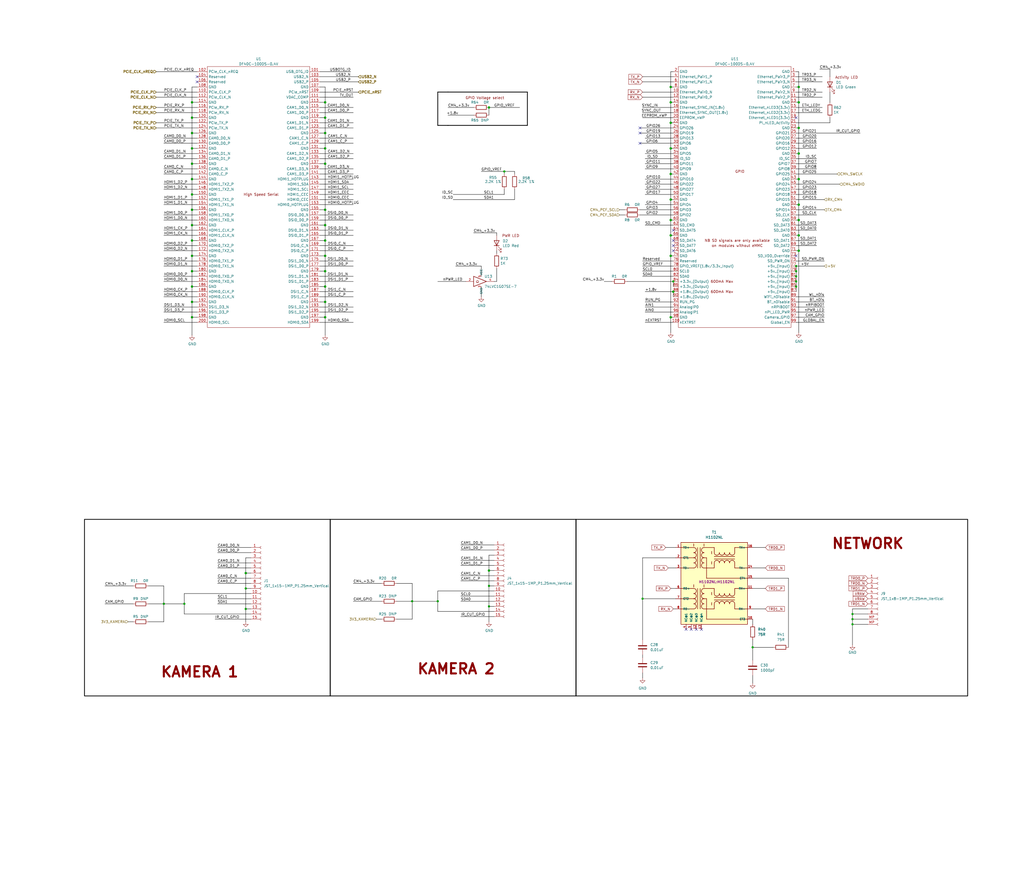
<source format=kicad_sch>
(kicad_sch (version 20231120) (generator "eeschema") (generator_version "8.0")
  (paper "User" 508 431.8)
  (junction (at 394.97 139.7))
  (junction (at 95.25 104.14) (diameter 1.016))
  (junction (at 95.25 142.24) (diameter 1.016))
  (junction (at 242.57 283.21) (diameter 1.016))
  (junction (at 95.25 96.52) (diameter 1.016))
  (junction (at 161.29 142.24) (diameter 1.016))
  (junction (at 121.92 292.1))
  (junction (at 95.25 81.28) (diameter 1.016))
  (junction (at 394.97 132.08))
  (junction (at 95.25 58.42) (diameter 1.016))
  (junction (at 161.29 104.14) (diameter 1.016))
  (junction (at 396.24 124.46) (diameter 1.016))
  (junction (at 396.24 109.22) (diameter 1.016))
  (junction (at 95.25 127) (diameter 1.016))
  (junction (at 396.24 101.6) (diameter 1.016))
  (junction (at 217.17 298.45))
  (junction (at 250.19 85.09))
  (junction (at 161.29 157.48) (diameter 1.016))
  (junction (at 396.24 116.84) (diameter 1.016))
  (junction (at 332.74 99.06) (diameter 1.016))
  (junction (at 95.25 111.76) (diameter 1.016))
  (junction (at 396.24 63.5) (diameter 1.016))
  (junction (at 373.38 321.31))
  (junction (at 332.74 86.36) (diameter 1.016))
  (junction (at 161.29 119.38) (diameter 1.016))
  (junction (at 161.29 149.86) (diameter 1.016))
  (junction (at 334.01 144.78) (diameter 1.016))
  (junction (at 95.25 157.48) (diameter 1.016))
  (junction (at 95.25 134.62) (diameter 1.016))
  (junction (at 161.29 81.28) (diameter 1.016))
  (junction (at 394.97 137.16))
  (junction (at 204.47 298.45))
  (junction (at 95.25 149.86) (diameter 1.016))
  (junction (at 161.29 50.8) (diameter 1.016))
  (junction (at 422.91 309.88))
  (junction (at 332.74 60.96) (diameter 1.016))
  (junction (at 161.29 66.04) (diameter 1.016))
  (junction (at 396.24 88.9) (diameter 1.016))
  (junction (at 332.74 109.22) (diameter 1.016))
  (junction (at 161.29 73.66) (diameter 1.016))
  (junction (at 161.29 134.62) (diameter 1.016))
  (junction (at 422.91 307.34))
  (junction (at 81.28 299.72))
  (junction (at 332.74 116.84) (diameter 1.016))
  (junction (at 161.29 111.76) (diameter 1.016))
  (junction (at 91.44 299.72))
  (junction (at 161.29 58.42) (diameter 1.016))
  (junction (at 394.97 142.24))
  (junction (at 95.25 50.8) (diameter 1.016))
  (junction (at 396.24 50.8) (diameter 1.016))
  (junction (at 121.92 284.48) (diameter 1.016))
  (junction (at 394.97 134.62))
  (junction (at 332.74 73.66) (diameter 1.016))
  (junction (at 396.24 76.2) (diameter 1.016))
  (junction (at 121.92 302.26))
  (junction (at 161.29 127) (diameter 1.016))
  (junction (at 242.57 53.34) (diameter 1.016))
  (junction (at 242.57 290.83))
  (junction (at 332.74 43.18) (diameter 1.016))
  (junction (at 334.01 139.7))
  (junction (at 332.74 50.8) (diameter 1.016))
  (junction (at 95.25 119.38) (diameter 1.016))
  (junction (at 422.91 304.8))
  (junction (at 95.25 66.04) (diameter 1.016))
  (junction (at 242.57 300.99))
  (junction (at 332.74 127) (diameter 1.016))
  (junction (at 95.25 73.66) (diameter 1.016))
  (junction (at 318.77 297.18))
  (junction (at 396.24 43.18) (diameter 1.016))
  (junction (at 95.25 88.9) (diameter 1.016))
  (junction (at 332.74 157.48) (diameter 1.016))
  (no_connect (at 345.44 312.42))
  (no_connect (at 97.79 40.64))
  (no_connect (at 394.97 58.42))
  (no_connect (at 334.01 119.38))
  (no_connect (at 342.9 312.42))
  (no_connect (at 334.01 121.92))
  (no_connect (at 97.79 38.1))
  (no_connect (at 347.98 312.42))
  (no_connect (at 394.97 127))
  (no_connect (at 317.5 63.5))
  (no_connect (at 317.5 66.04))
  (no_connect (at 334.01 124.46))
  (no_connect (at 334.01 114.3))
  (no_connect (at 317.5 71.12))
  (no_connect (at 340.36 312.42))
  (wire (pts (xy 121.92 302.26) (xy 124.46 302.26)) (stroke (width 0.1778) (color 0 0 0 1)))
  (wire (pts (xy 411.734 38.1) (xy 411.734 34.29)) (stroke (width 0.1778) (color 0 0 0 1)))
  (wire (pts (xy 318.77 297.18) (xy 318.77 317.5)) (stroke (width 0.1778) (color 0 0 0 1)))
  (wire (pts (xy 394.97 53.34) (xy 407.924 53.34)) (stroke (width 0.1778) (color 0 0 0 1)))
  (wire (pts (xy 228.6 288.29) (xy 245.11 288.29)) (stroke (width 0.1778) (color 0 0 0 1)))
  (wire (pts (xy 158.75 119.38) (xy 161.29 119.38)) (stroke (width 0.1778) (color 0 0 0 1)))
  (wire (pts (xy 158.75 50.8) (xy 161.29 50.8)) (stroke (width 0.1778) (color 0 0 0 1)))
  (wire (pts (xy 77.47 48.26) (xy 97.79 48.26)) (stroke (width 0.1778) (color 0 0 0 1)))
  (wire (pts (xy 318.77 48.26) (xy 334.01 48.26)) (stroke (width 0.1778) (color 0 0 0 1)))
  (wire (pts (xy 158.75 40.64) (xy 177.8 40.64)) (stroke (width 0.1778) (color 0 0 0 1)))
  (wire (pts (xy 107.95 289.56) (xy 124.46 289.56)) (stroke (width 0.1778) (color 0 0 0 1)))
  (wire (pts (xy 394.97 40.64) (xy 407.924 40.64)) (stroke (width 0.1778) (color 0 0 0 1)))
  (wire (pts (xy 158.75 134.62) (xy 161.29 134.62)) (stroke (width 0.1778) (color 0 0 0 1)))
  (wire (pts (xy 320.04 111.76) (xy 334.01 111.76)) (stroke (width 0.1778) (color 0 0 0 1)))
  (wire (pts (xy 373.38 321.31) (xy 373.38 327.66)) (stroke (width 0.1778) (color 0 0 0 1)))
  (wire (pts (xy 394.97 96.52) (xy 405.13 96.52)) (stroke (width 0.1778) (color 0 0 0 1)))
  (wire (pts (xy 161.29 43.18) (xy 158.75 43.18)) (stroke (width 0.1778) (color 0 0 0 1)))
  (wire (pts (xy 158.75 91.44) (xy 175.26 91.44)) (stroke (width 0.1778) (color 0 0 0 1)))
  (wire (pts (xy 246.38 133.35) (xy 246.38 139.7)) (stroke (width 0.1778) (color 0 0 0 1)))
  (wire (pts (xy 246.38 139.7) (xy 245.11 139.7)) (stroke (width 0.1778) (color 0 0 0 1)))
  (wire (pts (xy 246.38 124.46) (xy 246.38 125.73)) (stroke (width 0.1778) (color 0 0 0 1)))
  (wire (pts (xy 334.01 50.8) (xy 332.74 50.8)) (stroke (width 0.1778) (color 0 0 0 1)))
  (wire (pts (xy 422.91 307.34) (xy 430.53 307.34)) (stroke (width 0.1778) (color 0 0 0 1)))
  (wire (pts (xy 422.91 307.34) (xy 422.91 309.88)) (stroke (width 0.1778) (color 0 0 0 1)))
  (wire (pts (xy 320.04 93.98) (xy 334.01 93.98)) (stroke (width 0.1778) (color 0 0 0 1)))
  (wire (pts (xy 121.92 284.48) (xy 124.46 284.48)) (stroke (width 0.1778) (color 0 0 0 1)))
  (wire (pts (xy 77.47 35.56) (xy 97.79 35.56)) (stroke (width 0.1778) (color 0 0 0 1)))
  (wire (pts (xy 246.38 116.84) (xy 246.38 115.57)) (stroke (width 0.1778) (color 0 0 0 1)))
  (wire (pts (xy 107.95 287.02) (xy 124.46 287.02)) (stroke (width 0.1778) (color 0 0 0 1)))
  (wire (pts (xy 332.74 86.36) (xy 332.74 99.06)) (stroke (width 0.1778) (color 0 0 0 1)))
  (wire (pts (xy 175.26 129.54) (xy 158.75 129.54)) (stroke (width 0.1778) (color 0 0 0 1)))
  (wire (pts (xy 158.75 68.58) (xy 175.26 68.58)) (stroke (width 0.1778) (color 0 0 0 1)))
  (wire (pts (xy 394.97 78.74) (xy 405.13 78.74)) (stroke (width 0.1778) (color 0 0 0 1)))
  (wire (pts (xy 81.28 109.22) (xy 97.79 109.22)) (stroke (width 0.1778) (color 0 0 0 1)))
  (wire (pts (xy 158.75 104.14) (xy 161.29 104.14)) (stroke (width 0.1778) (color 0 0 0 1)))
  (wire (pts (xy 299.72 139.7) (xy 303.53 139.7)) (stroke (width 0.1778) (color 0 0 0 1)))
  (wire (pts (xy 121.92 292.1) (xy 124.46 292.1)) (stroke (width 0.1778) (color 0 0 0 1)))
  (polyline (pts (xy 217.17 62.23) (xy 222.25 62.23)) (stroke (width 0.381) (type solid) (color 0 0 0 1)))
  (wire (pts (xy 161.29 66.04) (xy 161.29 58.42)) (stroke (width 0.1778) (color 0 0 0 1)))
  (wire (pts (xy 396.24 116.84) (xy 396.24 124.46)) (stroke (width 0.1778) (color 0 0 0 1)))
  (wire (pts (xy 158.75 81.28) (xy 161.29 81.28)) (stroke (width 0.1778) (color 0 0 0 1)))
  (wire (pts (xy 97.79 157.48) (xy 95.25 157.48)) (stroke (width 0.1778) (color 0 0 0 1)))
  (wire (pts (xy 335.28 276.86) (xy 318.77 276.86)) (stroke (width 0.1778) (color 0 0 0 1)))
  (wire (pts (xy 422.91 302.26) (xy 430.53 302.26)) (stroke (width 0.1778) (color 0 0 0 1)))
  (wire (pts (xy 186.69 307.34) (xy 189.23 307.34)) (stroke (width 0.1778) (color 0 0 0 1)))
  (wire (pts (xy 394.97 116.84) (xy 396.24 116.84)) (stroke (width 0.1778) (color 0 0 0 1)))
  (wire (pts (xy 95.25 111.76) (xy 97.79 111.76)) (stroke (width 0.1778) (color 0 0 0 1)))
  (wire (pts (xy 394.97 154.94) (xy 408.94 154.94)) (stroke (width 0.1778) (color 0 0 0 1)))
  (wire (pts (xy 332.74 116.84) (xy 332.74 127)) (stroke (width 0.1778) (color 0 0 0 1)))
  (wire (pts (xy 318.77 276.86) (xy 318.77 297.18)) (stroke (width 0.1778) (color 0 0 0 1)))
  (wire (pts (xy 91.44 294.64) (xy 124.46 294.64)) (stroke (width 0.1778) (color 0 0 0 1)))
  (wire (pts (xy 320.04 149.86) (xy 334.01 149.86)) (stroke (width 0.1778) (color 0 0 0 1)))
  (wire (pts (xy 396.24 88.9) (xy 396.24 101.6)) (stroke (width 0.1778) (color 0 0 0 1)))
  (wire (pts (xy 394.97 129.54) (xy 408.94 129.54)) (stroke (width 0.1778) (color 0 0 0 1)))
  (wire (pts (xy 394.97 132.08) (xy 394.97 134.62)) (stroke (width 0.1778) (color 0 0 0 1)))
  (wire (pts (xy 373.38 317.5) (xy 373.38 321.31)) (stroke (width 0.1778) (color 0 0 0 1)))
  (wire (pts (xy 394.97 157.48) (xy 408.94 157.48)) (stroke (width 0.1778) (color 0 0 0 1)))
  (wire (pts (xy 158.75 116.84) (xy 175.26 116.84)) (stroke (width 0.1778) (color 0 0 0 1)))
  (wire (pts (xy 158.75 144.78) (xy 175.26 144.78)) (stroke (width 0.1778) (color 0 0 0 1)))
  (wire (pts (xy 320.04 88.9) (xy 334.01 88.9)) (stroke (width 0.1778) (color 0 0 0 1)))
  (wire (pts (xy 106.68 307.34) (xy 124.46 307.34)) (stroke (width 0.1778) (color 0 0 0 1)))
  (wire (pts (xy 394.97 139.7) (xy 394.97 142.24)) (stroke (width 0.1778) (color 0 0 0 1)))
  (wire (pts (xy 95.25 119.38) (xy 97.79 119.38)) (stroke (width 0.1778) (color 0 0 0 1)))
  (wire (pts (xy 318.77 129.54) (xy 334.01 129.54)) (stroke (width 0.1778) (color 0 0 0 1)))
  (wire (pts (xy 161.29 81.28) (xy 161.29 73.66)) (stroke (width 0.1778) (color 0 0 0 1)))
  (wire (pts (xy 81.28 86.36) (xy 97.79 86.36)) (stroke (width 0.1778) (color 0 0 0 1)))
  (wire (pts (xy 81.28 290.83) (xy 81.28 299.72)) (stroke (width 0.1778) (color 0 0 0 1)))
  (wire (pts (xy 242.57 300.99) (xy 245.11 300.99)) (stroke (width 0.1778) (color 0 0 0 1)))
  (wire (pts (xy 158.75 93.98) (xy 175.26 93.98)) (stroke (width 0.1778) (color 0 0 0 1)))
  (wire (pts (xy 158.75 38.1) (xy 177.8 38.1)) (stroke (width 0.1778) (color 0 0 0 1)))
  (wire (pts (xy 394.97 152.4) (xy 408.94 152.4)) (stroke (width 0.1778) (color 0 0 0 1)))
  (wire (pts (xy 161.29 142.24) (xy 161.29 149.86)) (stroke (width 0.1778) (color 0 0 0 1)))
  (wire (pts (xy 394.97 147.32) (xy 408.94 147.32)) (stroke (width 0.1778) (color 0 0 0 1)))
  (wire (pts (xy 95.25 142.24) (xy 97.79 142.24)) (stroke (width 0.1778) (color 0 0 0 1)))
  (wire (pts (xy 318.77 134.62) (xy 334.01 134.62)) (stroke (width 0.1778) (color 0 0 0 1)))
  (wire (pts (xy 394.97 48.26) (xy 407.924 48.26)) (stroke (width 0.1778) (color 0 0 0 1)))
  (wire (pts (xy 332.74 60.96) (xy 334.01 60.96)) (stroke (width 0.1778) (color 0 0 0 1)))
  (wire (pts (xy 222.25 53.34) (xy 234.95 53.34)) (stroke (width 0.1778) (color 0 0 0 1)))
  (wire (pts (xy 396.24 101.6) (xy 396.24 109.22)) (stroke (width 0.1778) (color 0 0 0 1)))
  (wire (pts (xy 91.44 294.64) (xy 91.44 299.72)) (stroke (width 0.1778) (color 0 0 0 1)))
  (wire (pts (xy 320.04 160.02) (xy 334.01 160.02)) (stroke (width 0.1778) (color 0 0 0 1)))
  (wire (pts (xy 217.17 298.45) (xy 217.17 303.53)) (stroke (width 0.1778) (color 0 0 0 1)))
  (wire (pts (xy 332.74 43.18) (xy 332.74 50.8)) (stroke (width 0.1778) (color 0 0 0 1)))
  (wire (pts (xy 81.28 101.6) (xy 97.79 101.6)) (stroke (width 0.1778) (color 0 0 0 1)))
  (wire (pts (xy 107.95 281.94) (xy 124.46 281.94)) (stroke (width 0.1778) (color 0 0 0 1)))
  (wire (pts (xy 394.97 43.18) (xy 396.24 43.18)) (stroke (width 0.1778) (color 0 0 0 1)))
  (wire (pts (xy 394.97 104.14) (xy 408.94 104.14)) (stroke (width 0.1778) (color 0 0 0 1)))
  (wire (pts (xy 95.25 142.24) (xy 95.25 149.86)) (stroke (width 0.1778) (color 0 0 0 1)))
  (wire (pts (xy 379.73 292.1) (xy 373.38 292.1)) (stroke (width 0.1778) (color 0 0 0 1)))
  (wire (pts (xy 158.75 121.92) (xy 175.26 121.92)) (stroke (width 0.1778) (color 0 0 0 1)))
  (wire (pts (xy 107.95 274.32) (xy 124.46 274.32)) (stroke (width 0.1778) (color 0 0 0 1)))
  (wire (pts (xy 334.01 157.48) (xy 332.74 157.48)) (stroke (width 0.1778) (color 0 0 0 1)))
  (wire (pts (xy 394.97 142.24) (xy 394.97 144.78)) (stroke (width 0.1778) (color 0 0 0 1)))
  (wire (pts (xy 307.34 106.68) (xy 309.88 106.68)) (stroke (width 0.1778) (color 0 0 0 1)))
  (wire (pts (xy 158.75 99.06) (xy 175.26 99.06)) (stroke (width 0.1778) (color 0 0 0 1)))
  (wire (pts (xy 91.44 304.8) (xy 124.46 304.8)) (stroke (width 0.1778) (color 0 0 0 1)))
  (wire (pts (xy 81.28 121.92) (xy 97.79 121.92)) (stroke (width 0.1778) (color 0 0 0 1)))
  (wire (pts (xy 204.47 298.45) (xy 204.47 307.34)) (stroke (width 0.1778) (color 0 0 0 1)))
  (wire (pts (xy 95.25 50.8) (xy 95.25 58.42)) (stroke (width 0.1778) (color 0 0 0 1)))
  (wire (pts (xy 217.17 303.53) (xy 245.11 303.53)) (stroke (width 0.1778) (color 0 0 0 1)))
  (wire (pts (xy 318.77 336.55) (xy 318.77 334.01)) (stroke (width 0.1778) (color 0 0 0 1)))
  (wire (pts (xy 334.01 302.26) (xy 335.28 302.26)) (stroke (width 0.1778) (color 0 0 0 1)))
  (wire (pts (xy 394.97 45.72) (xy 407.924 45.72)) (stroke (width 0.1778) (color 0 0 0 1)))
  (wire (pts (xy 97.79 53.34) (xy 77.47 53.34)) (stroke (width 0.1778) (color 0 0 0 1)))
  (wire (pts (xy 161.29 134.62) (xy 161.29 142.24)) (stroke (width 0.1778) (color 0 0 0 1)))
  (wire (pts (xy 242.57 275.59) (xy 242.57 283.21)) (stroke (width 0.1778) (color 0 0 0 1)))
  (wire (pts (xy 334.01 142.24) (xy 334.01 139.7)) (stroke (width 0.1778) (color 0 0 0 1)))
  (wire (pts (xy 317.5 104.14) (xy 334.01 104.14)) (stroke (width 0.1778) (color 0 0 0 1)))
  (wire (pts (xy 158.75 127) (xy 161.29 127)) (stroke (width 0.1778) (color 0 0 0 1)))
  (wire (pts (xy 81.28 76.2) (xy 97.79 76.2)) (stroke (width 0.1778) (color 0 0 0 1)))
  (wire (pts (xy 158.75 96.52) (xy 175.26 96.52)) (stroke (width 0.1778) (color 0 0 0 1)))
  (wire (pts (xy 422.91 302.26) (xy 422.91 304.8)) (stroke (width 0.1778) (color 0 0 0 1)))
  (wire (pts (xy 379.73 302.26) (xy 373.38 302.26)) (stroke (width 0.1778) (color 0 0 0 1)))
  (wire (pts (xy 422.91 304.8) (xy 430.53 304.8)) (stroke (width 0.1778) (color 0 0 0 1)))
  (wire (pts (xy 394.97 106.68) (xy 405.13 106.68)) (stroke (width 0.1778) (color 0 0 0 1)))
  (wire (pts (xy 245.11 295.91) (xy 228.6 295.91)) (stroke (width 0.1778) (color 0 0 0 1)))
  (wire (pts (xy 95.25 111.76) (xy 95.25 119.38)) (stroke (width 0.1778) (color 0 0 0 1)))
  (wire (pts (xy 224.79 99.06) (xy 255.27 99.06)) (stroke (width 0.1778) (color 0 0 0 1)))
  (wire (pts (xy 81.28 299.72) (xy 73.66 299.72)) (stroke (width 0.1778) (color 0 0 0 1)))
  (wire (pts (xy 175.26 53.34) (xy 158.75 53.34)) (stroke (width 0.1778) (color 0 0 0 1)))
  (wire (pts (xy 95.25 134.62) (xy 97.79 134.62)) (stroke (width 0.1778) (color 0 0 0 1)))
  (wire (pts (xy 81.28 71.12) (xy 97.79 71.12)) (stroke (width 0.1778) (color 0 0 0 1)))
  (wire (pts (xy 158.75 147.32) (xy 175.26 147.32)) (stroke (width 0.1778) (color 0 0 0 1)))
  (wire (pts (xy 81.28 114.3) (xy 97.79 114.3)) (stroke (width 0.1778) (color 0 0 0 1)))
  (wire (pts (xy 121.92 292.1) (xy 121.92 302.26)) (stroke (width 0.1778) (color 0 0 0 1)))
  (wire (pts (xy 217.17 293.37) (xy 245.11 293.37)) (stroke (width 0.1778) (color 0 0 0 1)))
  (wire (pts (xy 81.28 68.58) (xy 97.79 68.58)) (stroke (width 0.1778) (color 0 0 0 1)))
  (wire (pts (xy 95.25 134.62) (xy 95.25 142.24)) (stroke (width 0.1778) (color 0 0 0 1)))
  (polyline (pts (xy 222.25 45.72) (xy 261.62 45.72)) (stroke (width 0.381) (type solid) (color 0 0 0 1)))
  (wire (pts (xy 320.04 154.94) (xy 334.01 154.94)) (stroke (width 0.1778) (color 0 0 0 1)))
  (wire (pts (xy 204.47 289.56) (xy 204.47 298.45)) (stroke (width 0.1778) (color 0 0 0 1)))
  (wire (pts (xy 242.57 290.83) (xy 245.11 290.83)) (stroke (width 0.1778) (color 0 0 0 1)))
  (wire (pts (xy 318.77 132.08) (xy 334.01 132.08)) (stroke (width 0.1778) (color 0 0 0 1)))
  (wire (pts (xy 175.26 132.08) (xy 158.75 132.08)) (stroke (width 0.1778) (color 0 0 0 1)))
  (wire (pts (xy 242.57 290.83) (xy 242.57 300.99)) (stroke (width 0.1778) (color 0 0 0 1)))
  (wire (pts (xy 81.28 154.94) (xy 97.79 154.94)) (stroke (width 0.1778) (color 0 0 0 1)))
  (wire (pts (xy 242.57 53.34) (xy 257.81 53.34)) (stroke (width 0.1778) (color 0 0 0 1)))
  (wire (pts (xy 175.26 289.56) (xy 189.23 289.56)) (stroke (width 0.1778) (color 0 0 0 1)))
  (wire (pts (xy 334.01 144.78) (xy 334.264 144.78)) (stroke (width 0.1778) (color 0 0 0 1)))
  (wire (pts (xy 222.25 57.15) (xy 234.95 57.15)) (stroke (width 0.1778) (color 0 0 0 1)))
  (wire (pts (xy 175.26 55.88) (xy 158.75 55.88)) (stroke (width 0.1778) (color 0 0 0 1)))
  (wire (pts (xy 158.75 160.02) (xy 175.26 160.02)) (stroke (width 0.1778) (color 0 0 0 1)))
  (wire (pts (xy 81.28 139.7) (xy 97.79 139.7)) (stroke (width 0.1778) (color 0 0 0 1)))
  (wire (pts (xy 95.25 50.8) (xy 97.79 50.8)) (stroke (width 0.1778) (color 0 0 0 1)))
  (wire (pts (xy 320.04 101.6) (xy 334.01 101.6)) (stroke (width 0.1778) (color 0 0 0 1)))
  (wire (pts (xy 411.734 45.72) (xy 411.734 50.8)) (stroke (width 0.1778) (color 0 0 0 1)))
  (wire (pts (xy 158.75 124.46) (xy 175.26 124.46)) (stroke (width 0.1778) (color 0 0 0 1)))
  (wire (pts (xy 394.97 149.86) (xy 408.94 149.86)) (stroke (width 0.1778) (color 0 0 0 1)))
  (wire (pts (xy 394.97 132.08) (xy 408.94 132.08)) (stroke (width 0.1778) (color 0 0 0 1)))
  (wire (pts (xy 175.26 137.16) (xy 158.75 137.16)) (stroke (width 0.1778) (color 0 0 0 1)))
  (wire (pts (xy 158.75 48.26) (xy 175.26 48.26)) (stroke (width 0.1778) (color 0 0 0 1)))
  (wire (pts (xy 332.74 73.66) (xy 334.01 73.66)) (stroke (width 0.1778) (color 0 0 0 1)))
  (wire (pts (xy 161.29 111.76) (xy 161.29 119.38)) (stroke (width 0.1778) (color 0 0 0 1)))
  (wire (pts (xy 373.38 335.28) (xy 373.38 339.09)) (stroke (width 0.1778) (color 0 0 0 1)))
  (wire (pts (xy 204.47 298.45) (xy 217.17 298.45)) (stroke (width 0.1778) (color 0 0 0 1)))
  (wire (pts (xy 317.5 63.5) (xy 334.01 63.5)) (stroke (width 0.1778) (color 0 0 0 1)))
  (wire (pts (xy 394.97 76.2) (xy 396.24 76.2)) (stroke (width 0.1778) (color 0 0 0 1)))
  (wire (pts (xy 196.85 307.34) (xy 204.47 307.34)) (stroke (width 0.1778) (color 0 0 0 1)))
  (wire (pts (xy 95.25 73.66) (xy 95.25 81.28)) (stroke (width 0.1778) (color 0 0 0 1)))
  (wire (pts (xy 204.47 298.45) (xy 196.85 298.45)) (stroke (width 0.1778) (color 0 0 0 1)))
  (wire (pts (xy 394.97 63.5) (xy 396.24 63.5)) (stroke (width 0.1778) (color 0 0 0 1)))
  (wire (pts (xy 394.97 137.16) (xy 394.97 139.7)) (stroke (width 0.1778) (color 0 0 0 1)))
  (wire (pts (xy 175.26 63.5) (xy 158.75 63.5)) (stroke (width 0.1778) (color 0 0 0 1)))
  (wire (pts (xy 81.28 83.82) (xy 97.79 83.82)) (stroke (width 0.1778) (color 0 0 0 1)))
  (wire (pts (xy 238.76 132.08) (xy 226.06 132.08)) (stroke (width 0.1778) (color 0 0 0 1)))
  (wire (pts (xy 77.47 63.5) (xy 97.79 63.5)) (stroke (width 0.1778) (color 0 0 0 1)))
  (wire (pts (xy 95.25 157.48) (xy 95.25 166.37)) (stroke (width 0.1778) (color 0 0 0 1)))
  (wire (pts (xy 158.75 101.6) (xy 175.26 101.6)) (stroke (width 0.1778) (color 0 0 0 1)))
  (wire (pts (xy 224.79 96.52) (xy 250.19 96.52)) (stroke (width 0.1778) (color 0 0 0 1)))
  (wire (pts (xy 332.74 127) (xy 332.74 157.48)) (stroke (width 0.1778) (color 0 0 0 1)))
  (wire (pts (xy 107.95 299.72) (xy 124.46 299.72)) (stroke (width 0.1778) (color 0 0 0 1)))
  (wire (pts (xy 317.5 106.68) (xy 334.01 106.68)) (stroke (width 0.1778) (color 0 0 0 1)))
  (wire (pts (xy 318.77 55.88) (xy 334.01 55.88)) (stroke (width 0.1778) (color 0 0 0 1)))
  (wire (pts (xy 422.91 304.8) (xy 422.91 307.34)) (stroke (width 0.1778) (color 0 0 0 1)))
  (wire (pts (xy 97.79 149.86) (xy 95.25 149.86)) (stroke (width 0.1778) (color 0 0 0 1)))
  (wire (pts (xy 320.04 78.74) (xy 334.01 78.74)) (stroke (width 0.1778) (color 0 0 0 1)))
  (wire (pts (xy 396.24 63.5) (xy 396.24 76.2)) (stroke (width 0.1778) (color 0 0 0 1)))
  (wire (pts (xy 95.25 73.66) (xy 97.79 73.66)) (stroke (width 0.1778) (color 0 0 0 1)))
  (wire (pts (xy 158.75 66.04) (xy 161.29 66.04)) (stroke (width 0.1778) (color 0 0 0 1)))
  (wire (pts (xy 158.75 58.42) (xy 161.29 58.42)) (stroke (width 0.1778) (color 0 0 0 1)))
  (wire (pts (xy 255.27 85.09) (xy 250.19 85.09)) (stroke (width 0.1778) (color 0 0 0 1)))
  (wire (pts (xy 394.97 93.98) (xy 405.13 93.98)) (stroke (width 0.1778) (color 0 0 0 1)))
  (wire (pts (xy 81.28 99.06) (xy 97.79 99.06)) (stroke (width 0.1778) (color 0 0 0 1)))
  (wire (pts (xy 242.57 53.34) (xy 242.57 57.15)) (stroke (width 0.1778) (color 0 0 0 1)))
  (wire (pts (xy 228.6 280.67) (xy 245.11 280.67)) (stroke (width 0.1778) (color 0 0 0 1)))
  (wire (pts (xy 396.24 109.22) (xy 396.24 116.84)) (stroke (width 0.1778) (color 0 0 0 1)))
  (wire (pts (xy 330.2 271.78) (xy 335.28 271.78)) (stroke (width 0.1778) (color 0 0 0 1)))
  (wire (pts (xy 173.99 35.56) (xy 158.75 35.56)) (stroke (width 0.1778) (color 0 0 0 1)))
  (wire (pts (xy 317.5 66.04) (xy 334.01 66.04)) (stroke (width 0.1778) (color 0 0 0 1)))
  (wire (pts (xy 81.28 152.4) (xy 97.79 152.4)) (stroke (width 0.1778) (color 0 0 0 1)))
  (wire (pts (xy 81.28 78.74) (xy 97.79 78.74)) (stroke (width 0.1778) (color 0 0 0 1)))
  (wire (pts (xy 81.28 124.46) (xy 97.79 124.46)) (stroke (width 0.1778) (color 0 0 0 1)))
  (wire (pts (xy 318.77 40.64) (xy 334.01 40.64)) (stroke (width 0.1778) (color 0 0 0 1)))
  (wire (pts (xy 396.24 50.8) (xy 396.24 63.5)) (stroke (width 0.1778) (color 0 0 0 1)))
  (wire (pts (xy 318.77 38.1) (xy 334.01 38.1)) (stroke (width 0.1778) (color 0 0 0 1)))
  (wire (pts (xy 320.04 91.44) (xy 334.01 91.44)) (stroke (width 0.1778) (color 0 0 0 1)))
  (wire (pts (xy 204.47 289.56) (xy 196.85 289.56)) (stroke (width 0.1778) (color 0 0 0 1)))
  (wire (pts (xy 394.97 109.22) (xy 396.24 109.22)) (stroke (width 0.1778) (color 0 0 0 1)))
  (polyline (pts (xy 222.25 45.72) (xy 217.17 45.72)) (stroke (width 0.381) (type solid) (color 0 0 0 1)))
  (wire (pts (xy 332.74 60.96) (xy 332.74 73.66)) (stroke (width 0.1778) (color 0 0 0 1)))
  (wire (pts (xy 121.92 276.86) (xy 124.46 276.86)) (stroke (width 0.1778) (color 0 0 0 1)))
  (wire (pts (xy 394.97 114.3) (xy 405.13 114.3)) (stroke (width 0.1778) (color 0 0 0 1)))
  (wire (pts (xy 175.26 298.45) (xy 189.23 298.45)) (stroke (width 0.1778) (color 0 0 0 1)))
  (wire (pts (xy 394.97 35.56) (xy 396.24 35.56)) (stroke (width 0.1778) (color 0 0 0 1)))
  (wire (pts (xy 242.57 283.21) (xy 242.57 290.83)) (stroke (width 0.1778) (color 0 0 0 1)))
  (wire (pts (xy 95.25 88.9) (xy 95.25 96.52)) (stroke (width 0.1778) (color 0 0 0 1)))
  (wire (pts (xy 91.44 299.72) (xy 91.44 304.8)) (stroke (width 0.1778) (color 0 0 0 1)))
  (wire (pts (xy 95.25 43.18) (xy 95.25 50.8)) (stroke (width 0.1778) (color 0 0 0 1)))
  (wire (pts (xy 238.76 142.24) (xy 238.76 147.32)) (stroke (width 0.1778) (color 0 0 0 1)))
  (wire (pts (xy 238.76 137.16) (xy 238.76 132.08)) (stroke (width 0.1778) (color 0 0 0 1)))
  (wire (pts (xy 107.95 297.18) (xy 124.46 297.18)) (stroke (width 0.1778) (color 0 0 0 1)))
  (wire (pts (xy 158.75 114.3) (xy 175.26 114.3)) (stroke (width 0.1778) (color 0 0 0 1)))
  (wire (pts (xy 334.01 147.32) (xy 334.01 144.78)) (stroke (width 0.1778) (color 0 0 0 1)))
  (wire (pts (xy 394.97 81.28) (xy 405.13 81.28)) (stroke (width 0.1778) (color 0 0 0 1)))
  (wire (pts (xy 161.29 157.48) (xy 161.29 166.37)) (stroke (width 0.1778) (color 0 0 0 1)))
  (wire (pts (xy 394.97 111.76) (xy 405.13 111.76)) (stroke (width 0.1778) (color 0 0 0 1)))
  (wire (pts (xy 73.66 308.61) (xy 81.28 308.61)) (stroke (width 0.1778) (color 0 0 0 1)))
  (wire (pts (xy 161.29 127) (xy 161.29 134.62)) (stroke (width 0.1778) (color 0 0 0 1)))
  (wire (pts (xy 394.97 86.36) (xy 415.29 86.36)) (stroke (width 0.1778) (color 0 0 0 1)))
  (wire (pts (xy 320.04 144.78) (xy 334.01 144.78)) (stroke (width 0.1778) (color 0 0 0 1)))
  (wire (pts (xy 161.29 104.14) (xy 161.29 111.76)) (stroke (width 0.1778) (color 0 0 0 1)))
  (wire (pts (xy 121.92 276.86) (xy 121.92 284.48)) (stroke (width 0.1778) (color 0 0 0 1)))
  (wire (pts (xy 242.57 283.21) (xy 245.11 283.21)) (stroke (width 0.1778) (color 0 0 0 1)))
  (wire (pts (xy 81.28 129.54) (xy 97.79 129.54)) (stroke (width 0.1778) (color 0 0 0 1)))
  (wire (pts (xy 394.97 124.46) (xy 396.24 124.46)) (stroke (width 0.1778) (color 0 0 0 1)))
  (wire (pts (xy 391.16 287.02) (xy 391.16 321.31)) (stroke (width 0.1778) (color 0 0 0 1)))
  (wire (pts (xy 394.97 160.02) (xy 408.94 160.02)) (stroke (width 0.1778) (color 0 0 0 1)))
  (wire (pts (xy 81.28 106.68) (xy 97.79 106.68)) (stroke (width 0.1778) (color 0 0 0 1)))
  (wire (pts (xy 175.26 109.22) (xy 158.75 109.22)) (stroke (width 0.1778) (color 0 0 0 1)))
  (wire (pts (xy 394.97 91.44) (xy 416.56 91.44)) (stroke (width 0.1778) (color 0 0 0 1)))
  (wire (pts (xy 81.28 91.44) (xy 97.79 91.44)) (stroke (width 0.1778) (color 0 0 0 1)))
  (wire (pts (xy 396.24 124.46) (xy 396.24 165.1)) (stroke (width 0.1778) (color 0 0 0 1)))
  (wire (pts (xy 228.6 273.05) (xy 245.11 273.05)) (stroke (width 0.1778) (color 0 0 0 1)))
  (wire (pts (xy 95.25 58.42) (xy 97.79 58.42)) (stroke (width 0.1778) (color 0 0 0 1)))
  (wire (pts (xy 161.29 58.42) (xy 161.29 50.8)) (stroke (width 0.1778) (color 0 0 0 1)))
  (wire (pts (xy 81.28 144.78) (xy 97.79 144.78)) (stroke (width 0.1778) (color 0 0 0 1)))
  (wire (pts (xy 63.5 308.61) (xy 66.04 308.61)) (stroke (width 0.1778) (color 0 0 0 1)))
  (wire (pts (xy 394.97 134.62) (xy 394.97 137.16)) (stroke (width 0.1778) (color 0 0 0 1)))
  (wire (pts (xy 396.24 35.56) (xy 396.24 43.18)) (stroke (width 0.1778) (color 0 0 0 1)))
  (wire (pts (xy 95.25 104.14) (xy 95.25 111.76)) (stroke (width 0.1778) (color 0 0 0 1)))
  (wire (pts (xy 320.04 81.28) (xy 334.01 81.28)) (stroke (width 0.1778) (color 0 0 0 1)))
  (wire (pts (xy 331.47 281.94) (xy 335.28 281.94)) (stroke (width 0.1778) (color 0 0 0 1)))
  (wire (pts (xy 320.04 83.82) (xy 334.01 83.82)) (stroke (width 0.1778) (color 0 0 0 1)))
  (wire (pts (xy 95.25 96.52) (xy 97.79 96.52)) (stroke (width 0.1778) (color 0 0 0 1)))
  (wire (pts (xy 161.29 149.86) (xy 161.29 157.48)) (stroke (width 0.1778) (color 0 0 0 1)))
  (wire (pts (xy 95.25 66.04) (xy 95.25 73.66)) (stroke (width 0.1778) (color 0 0 0 1)))
  (wire (pts (xy 95.25 81.28) (xy 97.79 81.28)) (stroke (width 0.1778) (color 0 0 0 1)))
  (wire (pts (xy 406.654 34.29) (xy 411.734 34.29)) (stroke (width 0.1778) (color 0 0 0 1)))
  (wire (pts (xy 95.25 96.52) (xy 95.25 104.14)) (stroke (width 0.1778) (color 0 0 0 1)))
  (wire (pts (xy 121.92 302.26) (xy 121.92 308.61)) (stroke (width 0.1778) (color 0 0 0 1)))
  (wire (pts (xy 396.24 43.18) (xy 396.24 50.8)) (stroke (width 0.1778) (color 0 0 0 1)))
  (wire (pts (xy 95.25 127) (xy 97.79 127)) (stroke (width 0.1778) (color 0 0 0 1)))
  (wire (pts (xy 161.29 81.28) (xy 161.29 104.14)) (stroke (width 0.1778) (color 0 0 0 1)))
  (wire (pts (xy 334.01 35.56) (xy 332.74 35.56)) (stroke (width 0.1778) (color 0 0 0 1)))
  (wire (pts (xy 158.75 142.24) (xy 161.29 142.24)) (stroke (width 0.1778) (color 0 0 0 1)))
  (wire (pts (xy 175.26 86.36) (xy 158.75 86.36)) (stroke (width 0.1778) (color 0 0 0 1)))
  (wire (pts (xy 158.75 76.2) (xy 175.26 76.2)) (stroke (width 0.1778) (color 0 0 0 1)))
  (wire (pts (xy 107.95 279.4) (xy 124.46 279.4)) (stroke (width 0.1778) (color 0 0 0 1)))
  (wire (pts (xy 255.27 86.36) (xy 255.27 85.09)) (stroke (width 0.1778) (color 0 0 0 1)))
  (wire (pts (xy 396.24 76.2) (xy 396.24 88.9)) (stroke (width 0.1778) (color 0 0 0 1)))
  (wire (pts (xy 332.74 109.22) (xy 334.01 109.22)) (stroke (width 0.1778) (color 0 0 0 1)))
  (wire (pts (xy 332.74 109.22) (xy 332.74 116.84)) (stroke (width 0.1778) (color 0 0 0 1)))
  (wire (pts (xy 318.77 53.34) (xy 334.01 53.34)) (stroke (width 0.1778) (color 0 0 0 1)))
  (wire (pts (xy 81.28 299.72) (xy 81.28 308.61)) (stroke (width 0.1778) (color 0 0 0 1)))
  (wire (pts (xy 373.38 321.31) (xy 383.54 321.31)) (stroke (width 0.1778) (color 0 0 0 1)))
  (wire (pts (xy 97.79 43.18) (xy 95.25 43.18)) (stroke (width 0.1778) (color 0 0 0 1)))
  (wire (pts (xy 228.6 270.51) (xy 245.11 270.51)) (stroke (width 0.1778) (color 0 0 0 1)))
  (wire (pts (xy 52.07 290.83) (xy 66.04 290.83)) (stroke (width 0.1778) (color 0 0 0 1)))
  (wire (pts (xy 175.26 106.68) (xy 158.75 106.68)) (stroke (width 0.1778) (color 0 0 0 1)))
  (wire (pts (xy 373.38 307.34) (xy 373.38 309.88)) (stroke (width 0.1778) (color 0 0 0 1)))
  (wire (pts (xy 158.75 154.94) (xy 175.26 154.94)) (stroke (width 0.1778) (color 0 0 0 1)))
  (wire (pts (xy 332.74 127) (xy 334.01 127)) (stroke (width 0.1778) (color 0 0 0 1)))
  (wire (pts (xy 81.28 160.02) (xy 97.79 160.02)) (stroke (width 0.1778) (color 0 0 0 1)))
  (wire (pts (xy 307.34 104.14) (xy 309.88 104.14)) (stroke (width 0.1778) (color 0 0 0 1)))
  (wire (pts (xy 245.11 298.45) (xy 228.6 298.45)) (stroke (width 0.1778) (color 0 0 0 1)))
  (wire (pts (xy 95.25 104.14) (xy 97.79 104.14)) (stroke (width 0.1778) (color 0 0 0 1)))
  (wire (pts (xy 332.74 292.1) (xy 335.28 292.1)) (stroke (width 0.1778) (color 0 0 0 1)))
  (wire (pts (xy 97.79 55.88) (xy 77.47 55.88)) (stroke (width 0.1778) (color 0 0 0 1)))
  (wire (pts (xy 228.6 306.07) (xy 245.11 306.07)) (stroke (width 0.1778) (color 0 0 0 1)))
  (wire (pts (xy 379.73 281.94) (xy 373.38 281.94)) (stroke (width 0.1778) (color 0 0 0 1)))
  (wire (pts (xy 81.28 93.98) (xy 97.79 93.98)) (stroke (width 0.1778) (color 0 0 0 1)))
  (wire (pts (xy 332.74 157.48) (xy 332.74 165.1)) (stroke (width 0.1778) (color 0 0 0 1)))
  (wire (pts (xy 318.77 326.39) (xy 318.77 325.12)) (stroke (width 0.1778) (color 0 0 0 1)))
  (wire (pts (xy 121.92 284.48) (xy 121.92 292.1)) (stroke (width 0.1778) (color 0 0 0 1)))
  (wire (pts (xy 394.97 55.88) (xy 407.924 55.88)) (stroke (width 0.1778) (color 0 0 0 1)))
  (wire (pts (xy 161.29 73.66) (xy 161.29 66.04)) (stroke (width 0.1778) (color 0 0 0 1)))
  (wire (pts (xy 394.97 119.38) (xy 405.13 119.38)) (stroke (width 0.1778) (color 0 0 0 1)))
  (wire (pts (xy 332.74 99.06) (xy 332.74 109.22)) (stroke (width 0.1778) (color 0 0 0 1)))
  (wire (pts (xy 250.19 86.36) (xy 250.19 85.09)) (stroke (width 0.1778) (color 0 0 0 1)))
  (wire (pts (xy 158.75 71.12) (xy 175.26 71.12)) (stroke (width 0.1778) (color 0 0 0 1)))
  (wire (pts (xy 394.97 73.66) (xy 405.13 73.66)) (stroke (width 0.1778) (color 0 0 0 1)))
  (wire (pts (xy 228.6 285.75) (xy 245.11 285.75)) (stroke (width 0.1778) (color 0 0 0 1)))
  (wire (pts (xy 320.04 152.4) (xy 334.01 152.4)) (stroke (width 0.1778) (color 0 0 0 1)))
  (wire (pts (xy 373.38 287.02) (xy 391.16 287.02)) (stroke (width 0.1778) (color 0 0 0 1)))
  (wire (pts (xy 422.91 309.88) (xy 422.91 320.04)) (stroke (width 0.1778) (color 0 0 0 1)))
  (wire (pts (xy 81.28 290.83) (xy 73.66 290.83)) (stroke (width 0.1778) (color 0 0 0 1)))
  (wire (pts (xy 161.29 119.38) (xy 161.29 127)) (stroke (width 0.1778) (color 0 0 0 1)))
  (wire (pts (xy 317.5 71.12) (xy 334.01 71.12)) (stroke (width 0.1778) (color 0 0 0 1)))
  (wire (pts (xy 394.97 101.6) (xy 396.24 101.6)) (stroke (width 0.1778) (color 0 0 0 1)))
  (wire (pts (xy 394.97 121.92) (xy 405.13 121.92)) (stroke (width 0.1778) (color 0 0 0 1)))
  (wire (pts (xy 255.27 99.06) (xy 255.27 93.98)) (stroke (width 0.1778) (color 0 0 0 1)))
  (wire (pts (xy 394.97 88.9) (xy 396.24 88.9)) (stroke (width 0.1778) (color 0 0 0 1)))
  (wire (pts (xy 217.17 139.7) (xy 231.14 139.7)) (stroke (width 0.1778) (color 0 0 0 1)))
  (wire (pts (xy 95.25 149.86) (xy 95.25 157.48)) (stroke (width 0.1778) (color 0 0 0 1)))
  (wire (pts (xy 311.15 139.7) (xy 334.01 139.7)) (stroke (width 0.1778) (color 0 0 0 1)))
  (polyline (pts (xy 261.62 45.72) (xy 261.62 62.23)) (stroke (width 0.381) (type solid) (color 0 0 0 1)))
  (wire (pts (xy 175.26 83.82) (xy 158.75 83.82)) (stroke (width 0.1778) (color 0 0 0 1)))
  (wire (pts (xy 158.75 111.76) (xy 161.29 111.76)) (stroke (width 0.1778) (color 0 0 0 1)))
  (wire (pts (xy 95.25 119.38) (xy 95.25 127)) (stroke (width 0.1778) (color 0 0 0 1)))
  (wire (pts (xy 394.97 68.58) (xy 405.13 68.58)) (stroke (width 0.1778) (color 0 0 0 1)))
  (wire (pts (xy 242.57 300.99) (xy 242.57 308.61)) (stroke (width 0.1778) (color 0 0 0 1)))
  (wire (pts (xy 411.734 60.96) (xy 411.734 58.42)) (stroke (width 0.1778) (color 0 0 0 1)))
  (wire (pts (xy 77.47 45.72) (xy 97.79 45.72)) (stroke (width 0.1778) (color 0 0 0 1)))
  (polyline (pts (xy 217.17 62.23) (xy 217.17 45.72)) (stroke (width 0.381) (type solid) (color 0 0 0 1)))
  (wire (pts (xy 158.75 88.9) (xy 175.26 88.9)) (stroke (width 0.1778) (color 0 0 0 1)))
  (wire (pts (xy 95.25 127) (xy 95.25 134.62)) (stroke (width 0.1778) (color 0 0 0 1)))
  (wire (pts (xy 95.25 88.9) (xy 97.79 88.9)) (stroke (width 0.1778) (color 0 0 0 1)))
  (wire (pts (xy 81.28 137.16) (xy 97.79 137.16)) (stroke (width 0.1778) (color 0 0 0 1)))
  (wire (pts (xy 217.17 293.37) (xy 217.17 298.45)) (stroke (width 0.1778) (color 0 0 0 1)))
  (wire (pts (xy 394.97 71.12) (xy 405.13 71.12)) (stroke (width 0.1778) (color 0 0 0 1)))
  (polyline (pts (xy 261.62 62.23) (xy 222.25 62.23)) (stroke (width 0.381) (type solid) (color 0 0 0 1)))
  (wire (pts (xy 334.01 43.18) (xy 332.74 43.18)) (stroke (width 0.1778) (color 0 0 0 1)))
  (wire (pts (xy 77.47 60.96) (xy 97.79 60.96)) (stroke (width 0.1778) (color 0 0 0 1)))
  (wire (pts (xy 95.25 81.28) (xy 95.25 88.9)) (stroke (width 0.1778) (color 0 0 0 1)))
  (wire (pts (xy 318.77 297.18) (xy 335.28 297.18)) (stroke (width 0.1778) (color 0 0 0 1)))
  (wire (pts (xy 318.77 137.16) (xy 334.01 137.16)) (stroke (width 0.1778) (color 0 0 0 1)))
  (wire (pts (xy 394.97 99.06) (xy 408.94 99.06)) (stroke (width 0.1778) (color 0 0 0 1)))
  (wire (pts (xy 250.19 93.98) (xy 250.19 96.52)) (stroke (width 0.1778) (color 0 0 0 1)))
  (wire (pts (xy 394.97 50.8) (xy 396.24 50.8)) (stroke (width 0.1778) (color 0 0 0 1)))
  (wire (pts (xy 394.97 66.04) (xy 426.72 66.04)) (stroke (width 0.1778) (color 0 0 0 1)))
  (wire (pts (xy 332.74 73.66) (xy 332.74 86.36)) (stroke (width 0.1778) (color 0 0 0 1)))
  (wire (pts (xy 318.77 58.42) (xy 334.01 58.42)) (stroke (width 0.1778) (color 0 0 0 1)))
  (wire (pts (xy 158.75 45.72) (xy 177.8 45.72)) (stroke (width 0.1778) (color 0 0 0 1)))
  (wire (pts (xy 238.76 85.09) (xy 250.19 85.09)) (stroke (width 0.1778) (color 0 0 0 1)))
  (wire (pts (xy 52.07 299.72) (xy 66.04 299.72)) (stroke (width 0.1778) (color 0 0 0 1)))
  (wire (pts (xy 394.97 60.96) (xy 411.734 60.96)) (stroke (width 0.1778) (color 0 0 0 1)))
  (wire (pts (xy 394.97 83.82) (xy 405.13 83.82)) (stroke (width 0.1778) (color 0 0 0 1)))
  (wire (pts (xy 158.75 78.74) (xy 175.26 78.74)) (stroke (width 0.1778) (color 0 0 0 1)))
  (wire (pts (xy 320.04 68.58) (xy 334.01 68.58)) (stroke (width 0.1778) (color 0 0 0 1)))
  (wire (pts (xy 81.28 132.08) (xy 97.79 132.08)) (stroke (width 0.1778) (color 0 0 0 1)))
  (wire (pts (xy 332.74 35.56) (xy 332.74 43.18)) (stroke (width 0.1778) (color 0 0 0 1)))
  (wire (pts (xy 158.75 157.48) (xy 161.29 157.48)) (stroke (width 0.1778) (color 0 0 0 1)))
  (wire (pts (xy 332.74 99.06) (xy 334.01 99.06)) (stroke (width 0.1778) (color 0 0 0 1)))
  (wire (pts (xy 107.95 271.78) (xy 124.46 271.78)) (stroke (width 0.1778) (color 0 0 0 1)))
  (wire (pts (xy 242.57 275.59) (xy 245.11 275.59)) (stroke (width 0.1778) (color 0 0 0 1)))
  (wire (pts (xy 175.26 60.96) (xy 158.75 60.96)) (stroke (width 0.1778) (color 0 0 0 1)))
  (wire (pts (xy 95.25 66.04) (xy 97.79 66.04)) (stroke (width 0.1778) (color 0 0 0 1)))
  (wire (pts (xy 318.77 45.72) (xy 334.01 45.72)) (stroke (width 0.1778) (color 0 0 0 1)))
  (wire (pts (xy 81.28 147.32) (xy 97.79 147.32)) (stroke (width 0.1778) (color 0 0 0 1)))
  (wire (pts (xy 158.75 149.86) (xy 161.29 149.86)) (stroke (width 0.1778) (color 0 0 0 1)))
  (wire (pts (xy 246.38 115.57) (xy 234.95 115.57)) (stroke (width 0.1778) (color 0 0 0 1)))
  (wire (pts (xy 81.28 116.84) (xy 97.79 116.84)) (stroke (width 0.1778) (color 0 0 0 1)))
  (wire (pts (xy 320.04 76.2) (xy 334.01 76.2)) (stroke (width 0.1778) (color 0 0 0 1)))
  (wire (pts (xy 422.91 309.88) (xy 430.53 309.88)) (stroke (width 0.1778) (color 0 0 0 1)))
  (wire (pts (xy 175.26 139.7) (xy 158.75 139.7)) (stroke (width 0.1778) (color 0 0 0 1)))
  (wire (pts (xy 332.74 116.84) (xy 334.01 116.84)) (stroke (width 0.1778) (color 0 0 0 1)))
  (wire (pts (xy 81.28 299.72) (xy 91.44 299.72)) (stroke (width 0.1778) (color 0 0 0 1)))
  (wire (pts (xy 161.29 50.8) (xy 161.29 43.18)) (stroke (width 0.1778) (color 0 0 0 1)))
  (wire (pts (xy 95.25 58.42) (xy 95.25 66.04)) (stroke (width 0.1778) (color 0 0 0 1)))
  (wire (pts (xy 158.75 152.4) (xy 175.26 152.4)) (stroke (width 0.1778) (color 0 0 0 1)))
  (wire (pts (xy 158.75 73.66) (xy 161.29 73.66)) (stroke (width 0.1778) (color 0 0 0 1)))
  (wire (pts (xy 394.97 38.1) (xy 407.924 38.1)) (stroke (width 0.1778) (color 0 0 0 1)))
  (wire (pts (xy 320.04 96.52) (xy 334.01 96.52)) (stroke (width 0.1778) (color 0 0 0 1)))
  (wire (pts (xy 228.6 278.13) (xy 245.11 278.13)) (stroke (width 0.1778) (color 0 0 0 1)))
  (wire (pts (xy 332.74 86.36) (xy 334.01 86.36)) (stroke (width 0.1778) (color 0 0 0 1)))
  (wire (pts (xy 332.74 50.8) (xy 332.74 60.96)) (stroke (width 0.1778) (color 0 0 0 1)))
  (wire (pts (xy 379.73 271.78) (xy 373.38 271.78)) (stroke (width 0.1778) (color 0 0 0 1)))
  (rectangle (start 163.83 257.81) (end 285.75 345.44) (stroke (width 0.381) (color 0 0 0 1)))
  (rectangle (start 285.75 257.81) (end 480.06 345.44) (stroke (width 0.381) (color 0 0 0 1)))
  (rectangle (start 41.91 257.81) (end 163.83 345.44) (stroke (width 0.381) (color 0 0 0 1)))
  (text "NETWORK\n" (at 430.53 270.002 0) (effects (font (size 5.08 5.08) (thickness 1.016) (bold yes))))
  (text "Activity LED" (at 414.274 39.37 0) (effects (font (size 1.27 1.27)) (justify left bottom)))
  (text "PWR LED" (at 249.047 117.983 0) (effects (font (size 1.27 1.27)) (justify left bottom)))
  (text "KAMERA 2\n" (at 226.314 332.232 0) (effects (font (size 5.08 5.08) (thickness 1.016) (bold yes))))
  (text "GPIO Voltage select\n" (at 250.19 49.53 0) (effects (font (size 1.27 1.27)) (justify right bottom)))
  (text "KAMERA 1" (at 99.06 333.756 0) (effects (font (size 5.08 5.08) (thickness 1.016) (bold yes))))
  (label "CAM0_D1_P" (at 107.95 281.94 0))
  (label "ETH_LEDG" (at 397.764 55.88 0))
  (label "CAM0_D0_N" (at 107.95 271.78 0))
  (label "CAM1_C_P" (at 228.6 288.29 0))
  (label "GPIO6" (at 326.39 71.12 180))
  (label "TRD2_N" (at 397.764 45.72 0))
  (label "GPIO4" (at 326.39 101.6 180))
  (label "GPIO_VREF" (at 238.76 85.09 0))
  (label "CAM1_C_P" (at 162.56 71.12 0))
  (label "GPIO18" (at 405.13 96.52 180))
  (label "PCIE_CLK_nREQ" (at 81.28 35.56 0))
  (label "PCIE_CLK_N" (at 81.28 48.26 0))
  (label "CM4_+3.3v" (at 299.72 139.7 180))
  (label "SD_CMD" (at 327.66 111.76 180))
  (label "IR_CUT_GPIO" (at 228.6 306.07 0))
  (label "EEPROM_nWP" (at 330.962 58.42 180))
  (label "GPIO17" (at 327.66 96.52 180))
  (label "PCIE_RX_P" (at 81.28 53.34 0))
  (label "HDMI0_D2_N" (at 81.28 124.46 0))
  (label "GPIO15" (at 405.13 99.06 180))
  (label "RUN_PG" (at 320.04 149.86 0))
  (label "CAM1_D1_P" (at 173.355 63.5 180))
  (label "GPIO8" (at 405.13 83.82 180))
  (label "CAM0_C_N" (at 107.95 287.02 0))
  (label "PCIE_RX_N" (at 81.28 55.88 0))
  (label "GPIO24" (at 405.13 91.44 180))
  (label "DSI0_C_N" (at 162.56 121.92 0))
  (label "GPIO10" (at 327.66 88.9 180))
  (label "nRPIBOOT" (at 408.94 152.4 180))
  (label "+1.8v" (at 320.04 144.78 0))
  (label "CAM_GPIO" (at 175.26 298.45 0))
  (label "SD_DAT3" (at 405.13 111.76 180))
  (label "SYNC_IN" (at 326.39 53.34 180))
  (label "CAM0_C_P" (at 81.28 86.36 0))
  (label "CAM1_C_N" (at 162.56 68.58 0))
  (label "CAM1_C_N" (at 228.6 285.75 0))
  (label "HDMI1_HOTPLUG" (at 162.56 88.9 0))
  (label "HDMI0_CK_N" (at 81.28 147.32 0))
  (label "GPIO20" (at 405.13 68.58 180))
  (label "DSI0_D1_P" (at 162.56 116.84 0))
  (label "SD_DAT1" (at 405.13 119.38 180))
  (label "HDMI1_D2_P" (at 81.28 91.44 0))
  (label "CAM0_D0_P" (at 81.28 71.12 0))
  (label "SDA0" (at 318.77 137.16 0))
  (label "GPIO7" (at 405.13 81.28 180))
  (label "HDMI0_CK_P" (at 81.28 144.78 0))
  (label "SCL1" (at 240.03 96.52 0))
  (label "DSI1_D3_N" (at 81.28 152.4 0))
  (label "Reserved" (at 318.77 129.54 0))
  (label "SD_PWR_ON" (at 408.94 129.54 180))
  (label "HDMI0_D0_N" (at 81.28 139.7 0))
  (label "ETH_LEDY" (at 397.764 53.34 0))
  (label "ID_SC" (at 405.13 78.74 180))
  (label "CAM0_D1_N" (at 107.95 279.4 0))
  (label "HDMI1_SCL" (at 162.56 93.98 0))
  (label "AIN1" (at 320.04 152.4 0))
  (label "DSI1_D1_N" (at 172.72 137.16 180))
  (label "PCIE_TX_P" (at 81.28 60.96 0))
  (label "CM4_+3.3v" (at 222.25 53.34 0))
  (label "SCL0" (at 228.6 295.91 0))
  (label "CAM0_D1_N" (at 81.28 76.2 0))
  (label "HDMI1_CEC" (at 162.56 96.52 0))
  (label "CM4_+3.3v" (at 52.07 290.83 0))
  (label "SDA0" (at 228.6 298.45 0))
  (label "ID_SD" (at 326.39 78.74 180))
  (label "DSI1_D2_N" (at 162.56 152.4 0))
  (label "CAM1_D0_P" (at 228.6 273.05 0))
  (label "SCL1" (at 107.95 297.18 0))
  (label "CAM1_D2_N" (at 162.56 76.2 0))
  (label "GPIO25" (at 405.13 86.36 180))
  (label "+1.8v" (at 227.33 57.15 180))
  (label "CAM1_D3_P" (at 173.355 86.36 180))
  (label "DSI1_C_P" (at 162.56 147.32 0))
  (label "CAM1_D1_N" (at 173.355 60.96 180))
  (label "CAM0_D1_P" (at 81.28 78.74 0))
  (label "CAM1_D1_N" (at 228.6 278.13 0))
  (label "GPIO3" (at 326.39 104.14 180))
  (label "DSI0_C_P" (at 162.56 124.46 0))
  (label "BT_nDis" (at 408.94 149.86 180))
  (label "HDMI0_HOTPLUG" (at 162.56 101.6 0))
  (label "DSI1_D0_N" (at 172.72 129.54 180))
  (label "HDMI0_D2_P" (at 81.28 121.92 0))
  (label "DSI1_D2_P" (at 162.56 154.94 0))
  (label "ID_SD" (at 224.79 99.06 180))
  (label "GPIO19" (at 327.66 66.04 180))
  (label "nPWR_LED" (at 219.71 139.7 0))
  (label "CAM0_D0_P" (at 107.95 274.32 0))
  (label "TRD2_P" (at 397.764 48.26 0))
  (label "CAM0_C_N" (at 81.28 83.82 0))
  (label "HDMI0_SDA" (at 162.56 160.02 0))
  (label "HDMI1_D0_P" (at 81.28 106.68 0))
  (label "GPIO_VREF" (at 245.11 53.34 0))
  (label "TV_OUT" (at 175.26 48.26 180))
  (label "GLOBAL_EN" (at 408.94 160.02 180))
  (label "+5V" (at 401.32 132.08 180))
  (label "CAM1_D0_N" (at 228.6 270.51 0))
  (label "IR_CUT_GPIO" (at 426.72 66.04 180))
  (label "GPIO_VREF" (at 318.77 132.08 0))
  (label "HDMI1_SDA" (at 162.56 91.44 0))
  (label "DSI0_D1_N" (at 162.56 114.3 0))
  (label "SCL0" (at 318.77 134.62 0))
  (label "DSI1_C_N" (at 162.56 144.78 0))
  (label "HDMI1_D1_P" (at 81.28 99.06 0))
  (label "SD_CLK" (at 405.13 106.68 180))
  (label "AIN0" (at 320.04 154.94 0))
  (label "WL_nDis" (at 408.94 147.32 180))
  (label "GPIO23" (at 405.13 93.98 180))
  (label "SYNC_OUT" (at 327.914 55.88 180))
  (label "CAM1_D3_N" (at 173.355 83.82 180))
  (label "DSI1_D1_P" (at 172.72 139.7 180))
  (label "GPIO13" (at 327.66 68.58 180))
  (label "HDMI1_D0_N" (at 81.28 109.22 0))
  (label "SDA1" (at 107.95 299.72 0))
  (label "CM4_+3.3v" (at 406.654 34.29 0))
  (label "USBOTG_ID" (at 173.99 35.56 180))
  (label "GPIO2" (at 326.39 106.68 180))
  (label "GPIO27" (at 327.66 93.98 180))
  (label "SD_DAT2" (at 405.13 121.92 180))
  (label "CAM1_D0_P" (at 173.355 55.88 180))
  (label "CAM1_D0_N" (at 173.355 53.34 180))
  (label "CAM_GPIO" (at 52.07 299.72 0))
  (label "HDMI0_D0_P" (at 81.28 137.16 0))
  (label "GPIO11" (at 327.66 81.28 180))
  (label "PCIE_nRST" (at 175.26 45.72 180))
  (label "CM4_+3.3v" (at 175.26 289.56 0))
  (label "HDMI0_SCL" (at 81.28 160.02 0))
  (label "HDMI1_CK_P" (at 81.28 114.3 0))
  (label "USB2_N" (at 173.99 38.1 180))
  (label "HDMI1_D2_N" (at 81.28 93.98 0))
  (label "HDMI1_CK_N" (at 81.28 116.84 0))
  (label "CAM0_D0_N" (at 81.28 68.58 0))
  (label "nEXTRST" (at 320.04 160.02 0))
  (label "CAM0_C_P" (at 107.95 289.56 0))
  (label "CM4_+3.3v" (at 234.95 115.57 0))
  (label "TRD3_N" (at 397.764 40.64 0))
  (label "DSI0_D0_N" (at 172.72 106.68 180))
  (label "HDMI1_D1_N" (at 81.28 101.6 0))
  (label "TRD3_P" (at 397.764 38.1 0))
  (label "CAM1_D2_P" (at 162.56 78.74 0))
  (label "HDMI0_D1_P" (at 81.28 129.54 0))
  (label "DSI1_D0_P" (at 172.72 132.08 180))
  (label "HDMI0_CEC" (at 162.56 99.06 0))
  (label "ID_SC" (at 224.79 96.52 180))
  (label "GPIO12" (at 405.13 73.66 180))
  (label "CM4_+3.3v" (at 226.06 132.08 0))
  (label "nPWR_LED" (at 408.94 154.94 180))
  (label "USB2_P" (at 173.99 40.64 180))
  (label "IR_CUT_GPIO" (at 106.68 307.34 0))
  (label "SD_DAT0" (at 405.13 114.3 180))
  (label "DSI0_D0_P" (at 172.72 109.22 180))
  (label "CAM1_D1_P" (at 228.6 280.67 0))
  (label "GPIO22" (at 327.66 91.44 180))
  (label "DSI1_D3_P" (at 81.28 154.94 0))
  (label "GPIO9" (at 326.39 83.82 180))
  (label "GPIO5" (at 326.39 76.2 180))
  (label "PCIE_TX_N" (at 81.28 63.5 0))
  (label "GPIO21" (at 405.13 66.04 180))
  (label "GPIO16" (at 405.13 71.12 180))
  (label "HDMI0_D1_N" (at 81.28 132.08 0))
  (label "GPIO26" (at 327.66 63.5 180))
  (label "GPIO14" (at 405.13 104.14 180))
  (label "CAM_GPIO" (at 408.94 157.48 180))
  (label "SDA1" (at 240.03 99.06 0))
  (label "PCIE_CLK_P" (at 81.28 45.72 0))
  (global_label "RX_N" (shape input) (at 334.01 302.26 180) (property "Intersheetrefs" "${INTERSHEET_REFS}" (effects (hide yes))))
  (global_label "TRD0_P" (shape input) (at 379.73 271.78 0) (property "Intersheetrefs" "${INTERSHEET_REFS}" (effects (hide yes))))
  (global_label "RX_P" (shape input) (at 318.77 45.72 180) (property "Intersheetrefs" "${INTERSHEET_REFS}" (effects (hide yes))))
  (global_label "TRD1_N" (shape input) (at 379.73 302.26 0) (property "Intersheetrefs" "${INTERSHEET_REFS}" (effects (hide yes))))
  (global_label "TX_N" (shape input) (at 331.47 281.94 180) (property "Intersheetrefs" "${INTERSHEET_REFS}" (effects (hide yes))))
  (global_label "RX_P" (shape input) (at 332.74 292.1 180) (property "Intersheetrefs" "${INTERSHEET_REFS}" (effects (hide yes))))
  (global_label "TRD0_P" (shape input) (at 430.53 287.02 180) (property "Intersheetrefs" "${INTERSHEET_REFS}" (effects (hide yes))))
  (global_label "RX_N" (shape input) (at 318.77 48.26 180) (property "Intersheetrefs" "${INTERSHEET_REFS}" (effects (hide yes))))
  (global_label "TX_P" (shape input) (at 318.77 38.1 180) (property "Intersheetrefs" "${INTERSHEET_REFS}" (effects (hide yes))))
  (global_label "TRD1_N" (shape input) (at 430.53 299.72 180) (property "Intersheetrefs" "${INTERSHEET_REFS}" (effects (hide yes))))
  (global_label "TRD0_N" (shape input) (at 430.53 289.56 180) (property "Intersheetrefs" "${INTERSHEET_REFS}" (effects (hide yes))))
  (global_label "TRD0_N" (shape input) (at 379.73 281.94 0) (property "Intersheetrefs" "${INTERSHEET_REFS}" (effects (hide yes))))
  (global_label "TX_P" (shape input) (at 330.2 271.78 180) (property "Intersheetrefs" "${INTERSHEET_REFS}" (effects (hide yes))))
  (global_label "TRD1_P" (shape input) (at 430.53 292.1 180) (property "Intersheetrefs" "${INTERSHEET_REFS}" (effects (hide yes))))
  (global_label "TRD1_P" (shape input) (at 379.73 292.1 0) (property "Intersheetrefs" "${INTERSHEET_REFS}" (effects (hide yes))))
  (global_label "TX_N" (shape input) (at 318.77 40.64 180) (property "Intersheetrefs" "${INTERSHEET_REFS}" (effects (hide yes))))
  (global_label "VRAW" (shape input) (at 430.53 297.18 180) (property "Intersheetrefs" "${INTERSHEET_REFS}" (effects (hide yes))))
  (global_label "VRAW" (shape input) (at 430.53 294.64 180) (property "Intersheetrefs" "${INTERSHEET_REFS}" (effects (hide yes))))
  (hierarchical_label "CM4_PCF_SDA" (shape input) (at 307.34 106.68 180))
  (hierarchical_label "CM4_SWDIO" (shape input) (at 416.56 91.44 0))
  (hierarchical_label "CM4_PCF_SCL" (shape input) (at 307.34 104.14 180))
  (hierarchical_label "PCIE_nRST" (shape input) (at 177.8 45.72 0) (effects (font (bold yes))))
  (hierarchical_label "PCIE_CLK_N" (shape input) (at 77.47 48.26 180) (effects (font (bold yes))))
  (hierarchical_label "PCIE_CLK_nREQ" (shape input) (at 77.47 35.56 180) (effects (font (bold yes))))
  (hierarchical_label "PCIE_CLK_P" (shape input) (at 77.47 45.72 180) (effects (font (bold yes))))
  (hierarchical_label "USB2_N" (shape input) (at 177.8 38.1 0) (effects (font (bold yes))))
  (hierarchical_label "PCIE_TX_P" (shape input) (at 77.47 60.96 180) (effects (font (bold yes))))
  (hierarchical_label "PCIE_RX_N" (shape input) (at 77.47 55.88 180) (effects (font (bold yes))))
  (hierarchical_label "CM4_SWCLK" (shape input) (at 415.29 86.36 0))
  (hierarchical_label "PCIE_TX_N" (shape input) (at 77.47 63.5 180) (effects (font (bold yes))))
  (hierarchical_label "PCIE_RX_P" (shape input) (at 77.47 53.34 180) (effects (font (bold yes))))
  (hierarchical_label "+5V" (shape input) (at 408.94 132.08 0))
  (hierarchical_label "3V3_KAMERA" (shape input) (at 63.5 308.61 180))
  (hierarchical_label "USB2_P" (shape input) (at 177.8 40.64 0) (effects (font (bold yes))))
  (hierarchical_label "RX_CM4" (shape input) (at 408.94 99.06 0))
  (hierarchical_label "TX_CM4" (shape input) (at 408.94 104.14 0))
  (hierarchical_label "3V3_KAMERA" (shape input) (at 186.69 307.34 180))
  (symbol (lib_id "CM4IO1:CM4_Connector_Unit_A") (at 316.23 88.9 0) (unit 1)
    (property "Reference" "U11" (at 364.49 29.21 0))
    (property "Value" "DF40C-100DS-0.4V" (at 364.49 31.75 0))
    (property "Footprint" "CM4_UnitA:DF40C-100DS-0.4V_CM4_Unit_A" (effects (hide yes)))
    (property "Link" "https://www.lcsc.com/product-detail/Mezzanine-Connectors-Board-to-Board_HRS-Hirose-DF40C-100DS-0-4V-51_C597931.html" (effects (hide yes)))
    (property "MPN" "DF40C-100DS-0.4V(51)" (effects (hide yes)))
  )
  (symbol (lib_id "power:GND") (at 238.76 147.32 0) (unit 1)
    (property "Reference" "#PWR014" (effects (hide yes)))
    (property "Value" "GND" (at 238.887 151.7142 0))
  )
  (symbol (lib_id "power:GND") (at 161.29 166.37 0) (unit 1)
    (property "Reference" "#PWR09" (effects (hide yes)))
    (property "Value" "GND" (at 161.417 170.7642 0))
  )
  (symbol (lib_id "Device:LED") (at 246.38 120.65 90) (unit 1)
    (property "Reference" "D2" (at 249.3518 119.6594 90) (effects (justify right)))
    (property "Value" "LED Red" (at 249.3518 121.9708 90) (effects (justify right)))
    (property "Footprint" "LED_SMD:LED_0603_1608Metric" (effects (hide yes)))
    (property "Datasheet" "http://optoelectronics.liteon.com/upload/download/DS22-2000-210/LTST-S270KRKT.pdf" (effects (hide yes)))
    (property "Field4" "Digikey " (effects (hide yes)))
    (property "Field5" "	LTST-S270KRKT" (effects (hide yes)))
    (property "Field6" "SML-A12U8TT86Q" (effects (hide yes)))
    (property "Field7" "Rohm" (effects (hide yes)))
    (property "Field8" "650295101" (effects (hide yes)))
    (property "Part Description" "	Red 620nm LED Indication - Discrete 2.2V 2-SMD, No Lead" (effects (hide yes)))
    (property "Link" "https://www.lcsc.com/product-detail/Light-Emitting-Diodes-span-style-background-color-ff0-LED-span_ARKLED-Wuxi-ARK-Tech-Elec-D-060306R1-SS2-L_C118330.html" (effects (hide yes)))
    (property "MPN" "D-060306R1/SS2/L" (effects (hide yes)))
  )
  (symbol (lib_id "power:GND") (at 318.77 336.55 0) (unit 1)
    (property "Reference" "#PWR05" (effects (hide yes)))
    (property "Value" "GND" (at 318.77 341.63 0))
  )
  (symbol (lib_id "power:GND") (at 396.24 165.1 0) (unit 1)
    (property "Reference" "#PWR011" (effects (hide yes)))
    (property "Value" "GND" (at 396.367 169.4942 0))
  )
  (symbol (lib_id "Device:LED") (at 411.734 41.91 90) (unit 1)
    (property "Reference" "D1" (at 414.7058 40.9194 90) (effects (justify right)))
    (property "Value" "LED Green" (at 414.7058 43.2308 90) (effects (justify right)))
    (property "Footprint" "LED_SMD:LED_0603_1608Metric" (effects (hide yes)))
    (property "Datasheet" "http://optoelectronics.liteon.com/upload/download/DS22-2000-226/LTST-S270KGKT.pdf" (effects (hide yes)))
    (property "Field4" "Digikey " (effects (hide yes)))
    (property "Field5" "LTST-S270KGKT" (effects (hide yes)))
    (property "Field6" "SML-A12M8TT86N" (effects (hide yes)))
    (property "Field7" "Rohm" (effects (hide yes)))
    (property "Field8" "650263301" (effects (hide yes)))
    (property "Part Description" "	Green 572nm LED Indication - Discrete 2.2V 2-SMD, No Lead" (effects (hide yes)))
    (property "Link" "https://www.lcsc.com/product-detail/Light-Emitting-Diodes-span-style-background-color-ff0-LED-span_Yongyu-Photoelectric-SZYY0603YG_C434423.html" (effects (hide yes)))
    (property "MPN" "SZYY0603YG" (effects (hide yes)))
  )
  (symbol (lib_id "Device:R") (at 313.69 104.14 90) (unit 1)
    (property "Reference" "R6" (at 312.42 101.6 90) (effects (justify left)))
    (property "Value" "0R" (at 317.5 101.6 90) (effects (justify left)))
    (property "Footprint" "Resistor_SMD:R_0603_1608Metric" (effects (hide yes)))
    (property "Datasheet" "https://fscdn.rohm.com/en/products/databook/datasheet/passive/resistor/chip_resistor/mcr-e.pdf" (effects (hide yes)))
    (property "Field4" "Farnell" (effects (hide yes)))
    (property "Field5" "9233750" (effects (hide yes)))
    (property "Field7" "Rohm" (effects (hide yes)))
    (property "Field6" "MCR10EZPJ000" (effects (hide yes)))
    (property "Part Description" "Resistor 0R M2012 5% " (effects (hide yes)))
    (property "Field8" "121629591" (effects (hide yes)))
  )
  (symbol (lib_id "Device:R") (at 307.34 139.7 90) (unit 1)
    (property "Reference" "R1" (at 306.07 137.16 90) (effects (justify left)))
    (property "Value" "0R" (at 311.15 137.16 90) (effects (justify left)))
    (property "Footprint" "Resistor_SMD:R_0603_1608Metric" (effects (hide yes)))
    (property "Datasheet" "https://fscdn.rohm.com/en/products/databook/datasheet/passive/resistor/chip_resistor/mcr-e.pdf" (effects (hide yes)))
  )
  (symbol (lib_id "Connector:Conn_01x15_Female") (at 129.54 289.56 0) (unit 1)
    (property "Reference" "J1" (at 130.81 288.29 0) (effects (justify left)))
    (property "Value" "JST_1x15-1MP_P1.25mm_Vertical" (at 130.81 290.83 0) (effects (justify left)))
    (property "Footprint" "Cam_Tracker_V3.1:JST_1x15-1MP_P1.25mm_Horizontal" (effects (hide yes)))
  )
  (symbol (lib_id "Device:R") (at 255.27 90.17 0) (unit 1)
    (property "Reference" "R58" (at 259.08 88.392 0) (effects (justify left)))
    (property "Value" "2.2K 1%" (at 257.048 90.17 0) (effects (justify left)))
    (property "Footprint" "Resistor_SMD:R_0402_1005Metric" (effects (hide yes)))
    (property "Datasheet" "https://fscdn.rohm.com/en/products/databook/datasheet/passive/resistor/chip_resistor/mcr-e.pdf" (effects (hide yes)))
    (property "Field4" "Farnell" (effects (hide yes)))
    (property "Field5" "9239278" (effects (hide yes)))
    (property "Field7" "KOA EUROPE GMBH" (effects (hide yes)))
    (property "Field6" "RK73G1ETQTP2201D         " (effects (hide yes)))
    (property "Part Description" "Resistor 2.2K M1005 1% 63mW" (effects (hide yes)))
    (property "Field8" "120889581" (effects (hide yes)))
  )
  (symbol (lib_id "Device:C") (at 373.38 331.47 0) (unit 1)
    (property "Reference" "C30" (at 377.19 330.1999 0) (effects (justify left)))
    (property "Value" "1000pF" (at 377.19 332.7399 0) (effects (justify left)))
    (property "Footprint" "Capacitor_SMD:C_0603_1608Metric" (effects (hide yes)))
  )
  (symbol (lib_id "power:GND") (at 121.92 308.61 0) (unit 1)
    (property "Reference" "#PWR01" (effects (hide yes)))
    (property "Value" "GND" (at 122.047 313.0042 0))
  )
  (symbol (lib_id "CM4IO:74LVC1G07_copy") (at 238.76 139.7 0) (unit 1)
    (property "Reference" "U13" (at 240.284 137.16 0) (effects (justify left)))
    (property "Value" "74LVC1G07SE-7" (at 240.284 142.24 0) (effects (justify left)))
    (property "Footprint" "Package_TO_SOT_SMD:SOT-353_SC-70-5" (effects (hide yes)))
    (property "Datasheet" "https://www.diodes.com/assets/Datasheets/74LVC1G07.pdf" (effects (hide yes)))
    (property "Field4" "Farnell" (effects (hide yes)))
    (property "Field5" "2425492" (effects (hide yes)))
    (property "Field6" "74LVC1G07SE-7" (effects (hide yes)))
    (property "Field7" "Diodes" (effects (hide yes)))
    (property "Part Description" "Buffer, Non-Inverting 1 Element 1 Bit per Element Open Drain Output SOT-353" (effects (hide yes)))
    (property "Link" "https://www.digikey.com/en/products/detail/diodes-incorporated/74LVC1G07SE-7/2356534" (effects (hide yes)))
    (property "MPN" "74LVC1G07SE-7" (effects (hide yes)))
  )
  (symbol (lib_id "Device:R") (at 313.69 106.68 90) (unit 1)
    (property "Reference" "R8" (at 312.42 109.22 90) (effects (justify left)))
    (property "Value" "0R" (at 317.5 109.22 90) (effects (justify left)))
    (property "Footprint" "Resistor_SMD:R_0603_1608Metric" (effects (hide yes)))
    (property "Datasheet" "https://fscdn.rohm.com/en/products/databook/datasheet/passive/resistor/chip_resistor/mcr-e.pdf" (effects (hide yes)))
    (property "Field4" "Farnell" (effects (hide yes)))
    (property "Field5" "9233750" (effects (hide yes)))
    (property "Field7" "Rohm" (effects (hide yes)))
    (property "Field6" "MCR10EZPJ000" (effects (hide yes)))
    (property "Part Description" "Resistor 0R M2012 5% " (effects (hide yes)))
    (property "Field8" "121629591" (effects (hide yes)))
  )
  (symbol (lib_id "CM4IO1:CM4_Connector_Unit_B") (at 128.27 68.58 0) (unit 1)
    (property "Reference" "U1" (at 128.27 29.21 0))
    (property "Value" "DF40C-100DS-0.4V" (at 128.27 31.75 0))
    (property "Footprint" "CM4_UnitB:DF40C-100DS-0.4V_CM4_Unit_B" (effects (hide yes)))
    (property "Link" "https://www.lcsc.com/product-detail/Mezzanine-Connectors-Board-to-Board_HRS-Hirose-DF40C-100DS-0-4V-51_C597931.html" (effects (hide yes)))
    (property "MPN" "DF40C-100DS-0.4V(51)" (effects (hide yes)))
  )
  (symbol (lib_id "Device:R") (at 411.734 54.61 0) (unit 1)
    (property "Reference" "R62" (at 413.512 53.4416 0) (effects (justify left)))
    (property "Value" "1K" (at 413.512 55.753 0) (effects (justify left)))
    (property "Footprint" "Resistor_SMD:R_0402_1005Metric" (effects (hide yes)))
    (property "Datasheet" "https://fscdn.rohm.com/en/products/databook/datasheet/passive/resistor/chip_resistor/mcr-e.pdf" (effects (hide yes)))
    (property "Field4" "Farnell" (effects (hide yes)))
    (property "Field5" "9239235" (effects (hide yes)))
    (property "Field7" "KOA EUROPE GMBH" (effects (hide yes)))
    (property "Field6" "RK73H1ETTP1001F" (effects (hide yes)))
    (property "Part Description" "Resistor 1K M1005 1% 63mW" (effects (hide yes)))
    (property "Field8" "125049511" (effects (hide yes)))
  )
  (symbol (lib_id "Device:R") (at 193.04 289.56 90) (unit 1)
    (property "Reference" "R20" (at 191.77 287.02 90) (effects (justify left)))
    (property "Value" "0R" (at 196.85 287.02 90) (effects (justify left)))
    (property "Footprint" "Resistor_SMD:R_0603_1608Metric" (effects (hide yes)))
    (property "Datasheet" "https://fscdn.rohm.com/en/products/databook/datasheet/passive/resistor/chip_resistor/mcr-e.pdf" (effects (hide yes)))
  )
  (symbol (lib_id "power:GND") (at 332.74 165.1 0) (unit 1)
    (property "Reference" "#PWR010" (effects (hide yes)))
    (property "Value" "GND" (at 332.867 169.4942 0))
  )
  (symbol (lib_id "Device:R") (at 69.85 290.83 90) (unit 1)
    (property "Reference" "R11" (at 68.58 288.29 90) (effects (justify left)))
    (property "Value" "0R" (at 73.66 288.29 90) (effects (justify left)))
    (property "Footprint" "Resistor_SMD:R_0603_1608Metric" (effects (hide yes)))
    (property "Datasheet" "https://fscdn.rohm.com/en/products/databook/datasheet/passive/resistor/chip_resistor/mcr-e.pdf" (effects (hide yes)))
  )
  (symbol (lib_id "H1102NL:H1102NL") (at 355.6 289.56 0) (unit 1)
    (property "Reference" "T1" (at 354.33 264.16 0))
    (property "Value" "H1102NL" (at 354.33 266.7 0))
    (property "Footprint" "H1102NL:H1102NL" (at 355.6 289.56 0) (effects (justify bottom)))
    (property "Link" "https://www.lcsc.com/product-detail/RJ45-Transformer_Pulse-Elec-H1102NLT_C18584.html" (effects (hide yes)))
    (property "MPN" "H1102NLT" (effects (hide yes)))
  )
  (symbol (lib_id "Device:R") (at 238.76 57.15 90) (unit 1)
    (property "Reference" "R65" (at 237.49 59.69 90) (effects (justify left)))
    (property "Value" "DNP" (at 242.57 59.69 90) (effects (justify left)))
    (property "Footprint" "Resistor_SMD:R_0603_1608Metric" (effects (hide yes)))
    (property "Datasheet" "https://fscdn.rohm.com/en/products/databook/datasheet/passive/resistor/chip_resistor/mcr-e.pdf" (effects (hide yes)))
    (property "Field4" "nf" (effects (hide yes)))
    (property "Field5" "nf" (effects (hide yes)))
    (property "Field6" "nf" (effects (hide yes)))
  )
  (symbol (lib_id "Device:R") (at 193.04 298.45 90) (unit 1)
    (property "Reference" "R23" (at 191.77 295.91 90) (effects (justify left)))
    (property "Value" "DNP" (at 196.85 295.91 90) (effects (justify left)))
    (property "Footprint" "Resistor_SMD:R_0603_1608Metric" (effects (hide yes)))
    (property "Datasheet" "https://fscdn.rohm.com/en/products/databook/datasheet/passive/resistor/chip_resistor/mcr-e.pdf" (effects (hide yes)))
  )
  (symbol (lib_id "Device:R") (at 250.19 90.17 0) (unit 1)
    (property "Reference" "R55" (at 242.57 88.138 0) (effects (justify left)))
    (property "Value" "2.2K 1%" (at 240.538 90.17 0) (effects (justify left)))
    (property "Footprint" "Resistor_SMD:R_0402_1005Metric" (effects (hide yes)))
    (property "Datasheet" "https://fscdn.rohm.com/en/products/databook/datasheet/passive/resistor/chip_resistor/mcr-e.pdf" (effects (hide yes)))
    (property "Field4" "Farnell" (effects (hide yes)))
    (property "Field5" "9239278" (effects (hide yes)))
    (property "Field7" "KOA EUROPE GMBH" (effects (hide yes)))
    (property "Field6" "RK73G1ETQTP2201D         " (effects (hide yes)))
    (property "Part Description" "Resistor 2.2K M1005 1% 63mW" (effects (hide yes)))
    (property "Field8" "120889581" (effects (hide yes)))
  )
  (symbol (lib_id "power:GND") (at 373.38 339.09 0) (unit 1)
    (property "Reference" "#PWR06" (effects (hide yes)))
    (property "Value" "GND" (at 373.38 344.17 0))
  )
  (symbol (lib_id "power:GND") (at 95.25 166.37 0) (unit 1)
    (property "Reference" "#PWR03" (effects (hide yes)))
    (property "Value" "GND" (at 95.377 170.7642 0))
  )
  (symbol (lib_id "Device:R") (at 246.38 129.54 0) (unit 1)
    (property "Reference" "R73" (at 248.158 128.3716 0) (effects (justify left)))
    (property "Value" "1K" (at 248.158 130.683 0) (effects (justify left)))
    (property "Footprint" "Resistor_SMD:R_0402_1005Metric" (effects (hide yes)))
    (property "Datasheet" "https://fscdn.rohm.com/en/products/databook/datasheet/passive/resistor/chip_resistor/mcr-e.pdf" (effects (hide yes)))
    (property "Field4" "Farnell" (effects (hide yes)))
    (property "Field5" "9239235" (effects (hide yes)))
    (property "Field7" "KOA EUROPE GMBH" (effects (hide yes)))
    (property "Field6" "RK73H1ETTP1001F" (effects (hide yes)))
    (property "Part Description" "Resistor 1K M1005 1% 63mW" (effects (hide yes)))
    (property "Field8" "125049511" (effects (hide yes)))
  )
  (symbol (lib_id "Connector:Conn_01x15_Female") (at 250.19 288.29 0) (unit 1)
    (property "Reference" "J4" (at 251.46 287.02 0) (effects (justify left)))
    (property "Value" "JST_1x15-1MP_P1.25mm_Vertical" (at 251.46 289.56 0) (effects (justify left)))
    (property "Footprint" "Cam_Tracker_V3.1:JST_1x15-1MP_P1.25mm_Horizontal" (effects (hide yes)))
  )
  (symbol (lib_id "Device:C") (at 318.77 321.31 0) (unit 1)
    (property "Reference" "C28" (at 322.58 320.0399 0) (effects (justify left)))
    (property "Value" "0.01uF" (at 322.58 322.5799 0) (effects (justify left)))
    (property "Footprint" "Capacitor_SMD:C_0603_1608Metric" (effects (hide yes)))
  )
  (symbol (lib_id "Connector:Conn_01x08_Female") (at 435.61 294.64 0) (unit 1)
    (property "Reference" "J9" (at 436.88 294.6399 0) (effects (justify left)))
    (property "Value" "JST_1x8-1MP_P1.25mm_Vertical" (at 436.88 297.1799 0) (effects (justify left)))
    (property "Footprint" "Footprint Library:JST_1x8_1MP_P1.25mm_Vertical" (effects (hide yes)))
  )
  (symbol (lib_id "Device:R") (at 69.85 299.72 90) (unit 1)
    (property "Reference" "R9" (at 68.58 297.18 90) (effects (justify left)))
    (property "Value" "DNP" (at 73.66 297.18 90) (effects (justify left)))
    (property "Footprint" "Resistor_SMD:R_0603_1608Metric" (effects (hide yes)))
    (property "Datasheet" "https://fscdn.rohm.com/en/products/databook/datasheet/passive/resistor/chip_resistor/mcr-e.pdf" (effects (hide yes)))
  )
  (symbol (lib_id "Device:R") (at 373.38 313.69 180) (unit 1)
    (property "Reference" "R40" (at 375.92 312.4199 0) (effects (justify right)))
    (property "Value" "75R" (at 375.92 314.9599 0) (effects (justify right)))
    (property "Footprint" "Resistor_SMD:R_0603_1608Metric" (effects (hide yes)))
  )
  (symbol (lib_id "power:GND") (at 242.57 308.61 0) (unit 1)
    (property "Reference" "#PWR02" (effects (hide yes)))
    (property "Value" "GND" (at 242.697 313.0042 0))
  )
  (symbol (lib_id "power:GND") (at 422.91 320.04 0) (unit 1)
    (property "Reference" "#PWR017" (effects (hide yes)))
    (property "Value" "GND" (at 422.91 323.85 0))
  )
  (symbol (lib_id "Device:C") (at 318.77 330.2 0) (unit 1)
    (property "Reference" "C29" (at 322.58 328.9299 0) (effects (justify left)))
    (property "Value" "0.01uF" (at 322.58 331.4699 0) (effects (justify left)))
    (property "Footprint" "Capacitor_SMD:C_0603_1608Metric" (effects (hide yes)))
  )
  (symbol (lib_id "Device:R") (at 238.76 53.34 90) (unit 1)
    (property "Reference" "R64" (at 237.49 50.8 90) (effects (justify left)))
    (property "Value" "0R" (at 242.57 50.8 90) (effects (justify left)))
    (property "Footprint" "Resistor_SMD:R_0603_1608Metric" (effects (hide yes)))
    (property "Datasheet" "https://fscdn.rohm.com/en/products/databook/datasheet/passive/resistor/chip_resistor/mcr-e.pdf" (effects (hide yes)))
    (property "Field4" "Farnell" (effects (hide yes)))
    (property "Field5" "9233750" (effects (hide yes)))
    (property "Field7" "Rohm" (effects (hide yes)))
    (property "Field6" "MCR10EZPJ000" (effects (hide yes)))
    (property "Part Description" "Resistor 0R M2012 5% " (effects (hide yes)))
    (property "Field8" "121629591" (effects (hide yes)))
  )
  (symbol (lib_id "Device:R") (at 193.04 307.34 90) (unit 1)
    (property "Reference" "R25" (at 191.77 304.8 90) (effects (justify left)))
    (property "Value" "DNP" (at 196.85 304.8 90) (effects (justify left)))
    (property "Footprint" "Resistor_SMD:R_0603_1608Metric" (effects (hide yes)))
    (property "Datasheet" "https://fscdn.rohm.com/en/products/databook/datasheet/passive/resistor/chip_resistor/mcr-e.pdf" (effects (hide yes)))
  )
  (symbol (lib_id "Device:R") (at 387.35 321.31 90) (unit 1)
    (property "Reference" "R41" (at 387.35 314.96 90))
    (property "Value" "75R" (at 387.35 317.5 90))
    (property "Footprint" "Resistor_SMD:R_0603_1608Metric" (effects (hide yes)))
  )
  (symbol (lib_id "Device:R") (at 69.85 308.61 90) (unit 1)
    (property "Reference" "R5" (at 68.58 306.07 90) (effects (justify left)))
    (property "Value" "DNP" (at 73.66 306.07 90) (effects (justify left)))
    (property "Footprint" "Resistor_SMD:R_0603_1608Metric" (effects (hide yes)))
    (property "Datasheet" "https://fscdn.rohm.com/en/products/databook/datasheet/passive/resistor/chip_resistor/mcr-e.pdf" (effects (hide yes)))
  )
)
</source>
